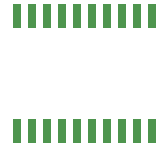
<source format=gbp>
G04*
G04 #@! TF.GenerationSoftware,Altium Limited,Altium Designer,25.2.1 (25)*
G04*
G04 Layer_Color=128*
%FSAX44Y44*%
%MOMM*%
G71*
G04*
G04 #@! TF.SameCoordinates,F3945BAA-94F4-4F02-825A-217E7DD4EA31*
G04*
G04*
G04 #@! TF.FilePolarity,Positive*
G04*
G01*
G75*
G04:AMPARAMS|DCode=32|XSize=0.65mm|YSize=2.1mm|CornerRadius=0.0488mm|HoleSize=0mm|Usage=FLASHONLY|Rotation=180.000|XOffset=0mm|YOffset=0mm|HoleType=Round|Shape=RoundedRectangle|*
%AMROUNDEDRECTD32*
21,1,0.6500,2.0025,0,0,180.0*
21,1,0.5525,2.1000,0,0,180.0*
1,1,0.0975,-0.2763,1.0013*
1,1,0.0975,0.2763,1.0013*
1,1,0.0975,0.2763,-1.0013*
1,1,0.0975,-0.2763,-1.0013*
%
%ADD32ROUNDEDRECTD32*%
D32*
X02003400Y01144000D02*
D03*
X01990700D02*
D03*
X01978000D02*
D03*
X01965300D02*
D03*
X01952600D02*
D03*
X01939900D02*
D03*
X01927200D02*
D03*
X01914500D02*
D03*
X01901800D02*
D03*
X01889100D02*
D03*
X02003400Y01241000D02*
D03*
X01990700D02*
D03*
X01978000D02*
D03*
X01965300D02*
D03*
X01952600D02*
D03*
X01939900D02*
D03*
X01927200D02*
D03*
X01914500D02*
D03*
X01901800D02*
D03*
X01889100D02*
D03*
M02*

</source>
